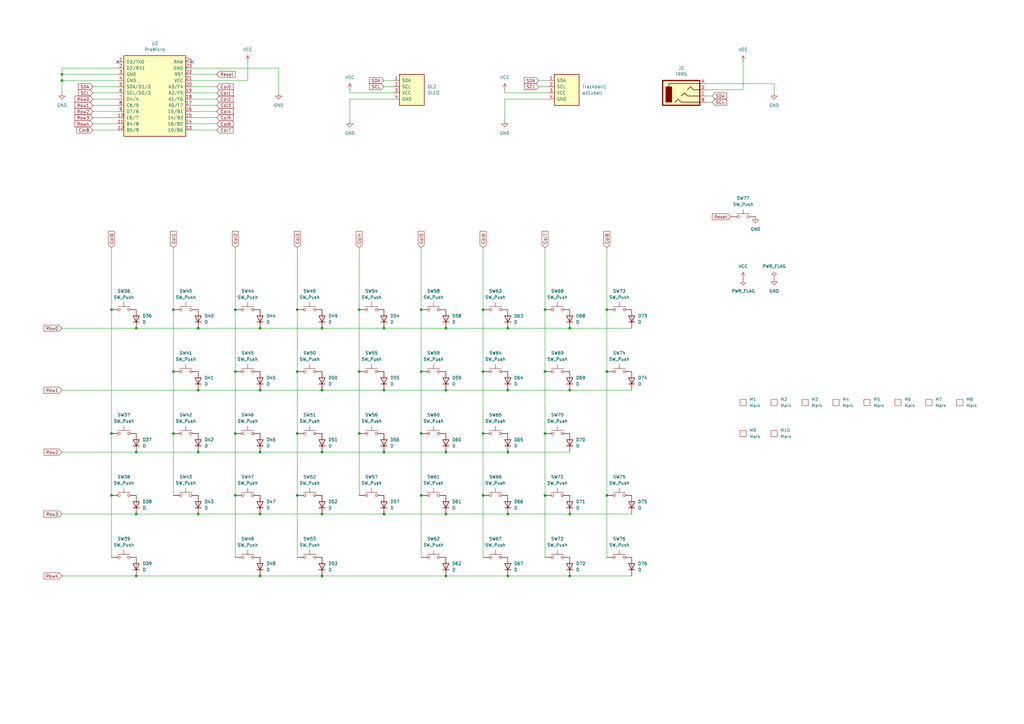
<source format=kicad_sch>
(kicad_sch (version 20231120) (generator "eeschema") (generator_version "8.0")
  (paper "A3")
  (lib_symbols
    (symbol "BrownSugar_KBD:Mark" (pin_numbers hide) (pin_names (offset 0) hide)
      (property "Reference" "M" (at 0 3.81 0))
      (property "Value" "Mark" (at 0 2.54 0))
    )
    (symbol "BrownSugar_KBD:OLED" (pin_names (offset 1.016))
      (property "Reference" "OL" (at 0 7.62 0))
      (property "Value" "OLED" (at 0 -7.62 0))
      (symbol "OLED_1_1"
        (pin bidirectional line (at -7.62 3.81 0) (length 2.54) (name "SDA") (number "1"))
        (pin bidirectional line (at -7.62 1.27 0) (length 2.54) (name "SCL") (number "2"))
        (pin power_in line (at -7.62 -1.27 0) (length 2.54) (name "VCC") (number "3"))
        (pin power_in line (at -7.62 -3.81 0) (length 2.54) (name "GND") (number "4"))
      )
    )
    (symbol "BrownSugar_KBD:ProMicro" (pin_names (offset 1.016))
      (property "Reference" "U" (at 0 17.78 0))
      (property "Value" "ProMicro" (at 0 -17.78 0))
      (symbol "ProMicro_1_1"
        (pin bidirectional line (at -15.24 13.97 0) (length 2.54) (name "D3/TX0") (number "1"))
        (pin bidirectional line (at -15.24 -8.89 0) (length 2.54) (name "E6/7") (number "10"))
        (pin bidirectional line (at -15.24 -11.43 0) (length 2.54) (name "B4/8") (number "11"))
        (pin bidirectional line (at -15.24 -13.97 0) (length 2.54) (name "B5/9") (number "12"))
        (pin bidirectional line (at 15.24 -13.97 180) (length 2.54) (name "10/B6") (number "13"))
        (pin bidirectional line (at 15.24 -11.43 180) (length 2.54) (name "16/B2") (number "14"))
        (pin bidirectional line (at 15.24 -8.89 180) (length 2.54) (name "14/B3") (number "15"))
        (pin bidirectional line (at 15.24 -6.35 180) (length 2.54) (name "15/B1") (number "16"))
        (pin bidirectional line (at 15.24 -3.81 180) (length 2.54) (name "A0/F7") (number "17"))
        (pin bidirectional line (at 15.24 -1.27 180) (length 2.54) (name "A1/F6") (number "18"))
        (pin bidirectional line (at 15.24 1.27 180) (length 2.54) (name "A2/F5") (number "19"))
        (pin bidirectional line (at -15.24 11.43 0) (length 2.54) (name "D2/RX1") (number "2"))
        (pin bidirectional line (at 15.24 3.81 180) (length 2.54) (name "A3/F4") (number "20"))
        (pin power_in line (at 15.24 6.35 180) (length 2.54) (name "VCC") (number "21"))
        (pin input line (at 15.24 8.89 180) (length 2.54) (name "RST") (number "22"))
        (pin power_in line (at 15.24 11.43 180) (length 2.54) (name "GND") (number "23"))
        (pin power_in line (at 15.24 13.97 180) (length 2.54) (name "RAW") (number "24"))
        (pin power_in line (at -15.24 8.89 0) (length 2.54) (name "GND") (number "3"))
        (pin power_in line (at -15.24 6.35 0) (length 2.54) (name "GND") (number "4"))
        (pin bidirectional line (at -15.24 3.81 0) (length 2.54) (name "SDA/D1/2") (number "5"))
        (pin bidirectional line (at -15.24 1.27 0) (length 2.54) (name "SCL/D0/3") (number "6"))
        (pin bidirectional line (at -15.24 -1.27 0) (length 2.54) (name "D4/4") (number "7"))
        (pin bidirectional line (at -15.24 -3.81 0) (length 2.54) (name "C6/5") (number "8"))
        (pin bidirectional line (at -15.24 -6.35 0) (length 2.54) (name "D7/6") (number "9"))
      )
    )
    (symbol "BrownSugar_KBD:TRRS" (pin_names (offset 1.016))
      (property "Reference" "J" (at 0 8.89 0))
      (property "Value" "TRRS" (at 0 6.35 0))
      (symbol "TRRS_1_1"
        (pin bidirectional line (at 10.16 3.81 180) (length 2.54) (name "~") (number "A"))
        (pin bidirectional line (at 10.16 -3.81 180) (length 2.54) (name "~") (number "B"))
        (pin bidirectional line (at 10.16 -1.27 180) (length 2.54) (name "~") (number "C"))
        (pin bidirectional line (at 10.16 1.27 180) (length 2.54) (name "~") (number "D"))
      )
    )
    (symbol "Device:D" (pin_numbers hide) (pin_names (offset 1.016) hide)
      (property "Reference" "D" (at 0 2.54 0))
      (property "Value" "D" (at 0 -2.54 0))
      (symbol "D_1_1"
        (pin passive line (at -3.81 0 0) (length 2.54) (name "K") (number "1"))
        (pin passive line (at 3.81 0 180) (length 2.54) (name "A") (number "2"))
      )
    )
    (symbol "Switch:SW_Push" (pin_numbers hide) (pin_names (offset 1.016) hide)
      (property "Reference" "SW" (at 1.27 2.54 0))
      (property "Value" "SW_Push" (at 0 -1.524 0))
      (symbol "SW_Push_0_1"
        (pin passive line (at -5.08 0 0) (length 2.54) (name "1") (number "1"))
        (pin passive line (at 5.08 0 180) (length 2.54) (name "2") (number "2"))
      )
    )
    (symbol "power:GND" (power) (pin_numbers hide) (pin_names (offset 0) hide)
      (property "Value" "GND" (at 0 -3.81 0))
      (symbol "GND_1_1"
        (pin power_in line (at 0 0 270) (length 0) (name "~") (number "1"))
      )
    )
    (symbol "power:PWR_FLAG" (power) (pin_numbers hide) (pin_names (offset 0) hide)
      (property "Value" "PWR_FLAG" (at 0 3.81 0))
      (symbol "PWR_FLAG_0_0"
        (pin power_out line (at 0 0 90) (length 0) (name "~") (number "1"))
      )
    )
    (symbol "power:VCC" (power) (pin_numbers hide) (pin_names (offset 0) hide)
      (property "Value" "VCC" (at 0 3.556 0))
      (symbol "VCC_1_1"
        (pin power_in line (at 0 0 90) (length 0) (name "~") (number "1"))
      )
    )
  )
  (junction (at 172.72 127))
  (junction (at 132.08 210.82))
  (junction (at 132.08 236.22))
  (junction (at 121.92 127))
  (junction (at 172.72 152.4))
  (junction (at 25.4 30.48))
  (junction (at 157.48 185.42))
  (junction (at 182.88 160.02))
  (junction (at 106.68 134.62))
  (junction (at 157.48 134.62))
  (junction (at 248.92 152.4))
  (junction (at 55.88 236.22))
  (junction (at 96.52 127))
  (junction (at 223.52 127))
  (junction (at 96.52 177.8))
  (junction (at 55.88 185.42))
  (junction (at 223.52 152.4))
  (junction (at 182.88 236.22))
  (junction (at 248.92 203.2))
  (junction (at 71.12 152.4))
  (junction (at 81.28 160.02))
  (junction (at 208.28 210.82))
  (junction (at 121.92 203.2))
  (junction (at 182.88 185.42))
  (junction (at 198.12 152.4))
  (junction (at 208.28 185.42))
  (junction (at 223.52 203.2))
  (junction (at 106.68 210.82))
  (junction (at 208.28 160.02))
  (junction (at 248.92 127))
  (junction (at 81.28 210.82))
  (junction (at 121.92 152.4))
  (junction (at 106.68 160.02))
  (junction (at 208.28 236.22))
  (junction (at 147.32 152.4))
  (junction (at 198.12 203.2))
  (junction (at 132.08 185.42))
  (junction (at 223.52 177.8))
  (junction (at 182.88 210.82))
  (junction (at 71.12 177.8))
  (junction (at 71.12 127))
  (junction (at 55.88 210.82))
  (junction (at 233.68 134.62))
  (junction (at 81.28 185.42))
  (junction (at 198.12 177.8))
  (junction (at 132.08 134.62))
  (junction (at 147.32 177.8))
  (junction (at 172.72 177.8))
  (junction (at 132.08 160.02))
  (junction (at 96.52 203.2))
  (junction (at 157.48 210.82))
  (junction (at 233.68 236.22))
  (junction (at 182.88 134.62))
  (junction (at 172.72 203.2))
  (junction (at 96.52 152.4))
  (junction (at 106.68 185.42))
  (junction (at 233.68 210.82))
  (junction (at 25.4 33.02))
  (junction (at 45.72 127))
  (junction (at 147.32 127))
  (junction (at 45.72 177.8))
  (junction (at 81.28 134.62))
  (junction (at 208.28 134.62))
  (junction (at 45.72 203.2))
  (junction (at 106.68 236.22))
  (junction (at 198.12 127))
  (junction (at 55.88 134.62))
  (junction (at 157.48 160.02))
  (junction (at 121.92 177.8))
  (junction (at 233.68 160.02))
  (no_connect (at 48.26 25.4))
  (no_connect (at 78.74 25.4))
  (wire (pts (xy 45.72 101.6) (xy 45.72 127)))
  (wire (pts (xy 208.28 185.42) (xy 233.68 185.42)))
  (wire (pts (xy 25.4 210.82) (xy 55.88 210.82)))
  (wire (pts (xy 248.92 203.2) (xy 248.92 228.6)))
  (wire (pts (xy 38.1 38.1) (xy 48.26 38.1)))
  (wire (pts (xy 78.74 30.48) (xy 88.9 30.48)))
  (wire (pts (xy 208.28 134.62) (xy 233.68 134.62)))
  (wire (pts (xy 198.12 203.2) (xy 198.12 228.6)))
  (wire (pts (xy 38.1 53.34) (xy 48.26 53.34)))
  (wire (pts (xy 25.4 160.02) (xy 81.28 160.02)))
  (wire (pts (xy 38.1 35.56) (xy 48.26 35.56)))
  (wire (pts (xy 101.6 33.02) (xy 101.6 25.4)))
  (wire (pts (xy 147.32 101.6) (xy 147.32 127)))
  (wire (pts (xy 78.74 38.1) (xy 88.9 38.1)))
  (wire (pts (xy 223.52 177.8) (xy 223.52 203.2)))
  (wire (pts (xy 289.56 36.83) (xy 304.8 36.83)))
  (wire (pts (xy 38.1 43.18) (xy 48.26 43.18)))
  (wire (pts (xy 182.88 134.62) (xy 208.28 134.62)))
  (wire (pts (xy 233.68 134.62) (xy 259.08 134.62)))
  (wire (pts (xy 96.52 203.2) (xy 96.52 228.6)))
  (wire (pts (xy 223.52 127) (xy 223.52 152.4)))
  (wire (pts (xy 207.01 40.64) (xy 224.79 40.64)))
  (wire (pts (xy 48.26 30.48) (xy 25.4 30.48)))
  (wire (pts (xy 121.92 127) (xy 121.92 152.4)))
  (wire (pts (xy 121.92 152.4) (xy 121.92 177.8)))
  (wire (pts (xy 207.01 38.1) (xy 224.79 38.1)))
  (wire (pts (xy 96.52 177.8) (xy 96.52 203.2)))
  (wire (pts (xy 71.12 101.6) (xy 71.12 127)))
  (wire (pts (xy 198.12 152.4) (xy 198.12 177.8)))
  (wire (pts (xy 38.1 48.26) (xy 48.26 48.26)))
  (wire (pts (xy 78.74 50.8) (xy 88.9 50.8)))
  (wire (pts (xy 172.72 127) (xy 172.72 152.4)))
  (wire (pts (xy 25.4 185.42) (xy 55.88 185.42)))
  (wire (pts (xy 38.1 40.64) (xy 48.26 40.64)))
  (wire (pts (xy 78.74 48.26) (xy 88.9 48.26)))
  (wire (pts (xy 25.4 27.94) (xy 48.26 27.94)))
  (wire (pts (xy 289.56 34.29) (xy 317.5 34.29)))
  (wire (pts (xy 157.48 134.62) (xy 182.88 134.62)))
  (wire (pts (xy 114.3 27.94) (xy 114.3 38.1)))
  (wire (pts (xy 55.88 210.82) (xy 81.28 210.82)))
  (wire (pts (xy 38.1 45.72) (xy 48.26 45.72)))
  (wire (pts (xy 248.92 101.6) (xy 248.92 127)))
  (wire (pts (xy 96.52 152.4) (xy 96.52 177.8)))
  (wire (pts (xy 106.68 236.22) (xy 132.08 236.22)))
  (wire (pts (xy 45.72 127) (xy 45.72 177.8)))
  (wire (pts (xy 81.28 134.62) (xy 106.68 134.62)))
  (wire (pts (xy 157.48 160.02) (xy 182.88 160.02)))
  (wire (pts (xy 71.12 152.4) (xy 71.12 177.8)))
  (wire (pts (xy 172.72 203.2) (xy 172.72 228.6)))
  (wire (pts (xy 198.12 101.6) (xy 198.12 127)))
  (wire (pts (xy 207.01 36.83) (xy 207.01 38.1)))
  (wire (pts (xy 55.88 185.42) (xy 81.28 185.42)))
  (wire (pts (xy 106.68 160.02) (xy 132.08 160.02)))
  (wire (pts (xy 208.28 160.02) (xy 233.68 160.02)))
  (wire (pts (xy 248.92 127) (xy 248.92 152.4)))
  (wire (pts (xy 48.26 33.02) (xy 25.4 33.02)))
  (wire (pts (xy 25.4 134.62) (xy 55.88 134.62)))
  (wire (pts (xy 78.74 35.56) (xy 88.9 35.56)))
  (wire (pts (xy 71.12 177.8) (xy 71.12 203.2)))
  (wire (pts (xy 143.51 38.1) (xy 161.29 38.1)))
  (wire (pts (xy 147.32 127) (xy 147.32 152.4)))
  (wire (pts (xy 223.52 152.4) (xy 223.52 177.8)))
  (wire (pts (xy 78.74 53.34) (xy 88.9 53.34)))
  (wire (pts (xy 182.88 160.02) (xy 208.28 160.02)))
  (wire (pts (xy 157.48 33.02) (xy 161.29 33.02)))
  (wire (pts (xy 157.48 185.42) (xy 182.88 185.42)))
  (wire (pts (xy 248.92 152.4) (xy 248.92 203.2)))
  (wire (pts (xy 304.8 36.83) (xy 304.8 25.4)))
  (wire (pts (xy 78.74 40.64) (xy 88.9 40.64)))
  (wire (pts (xy 143.51 40.64) (xy 161.29 40.64)))
  (wire (pts (xy 132.08 160.02) (xy 157.48 160.02)))
  (wire (pts (xy 38.1 50.8) (xy 48.26 50.8)))
  (wire (pts (xy 208.28 236.22) (xy 233.68 236.22)))
  (wire (pts (xy 182.88 185.42) (xy 208.28 185.42)))
  (wire (pts (xy 207.01 40.64) (xy 207.01 49.53)))
  (wire (pts (xy 317.5 34.29) (xy 317.5 38.1)))
  (wire (pts (xy 157.48 35.56) (xy 161.29 35.56)))
  (wire (pts (xy 220.98 33.02) (xy 224.79 33.02)))
  (wire (pts (xy 233.68 160.02) (xy 259.08 160.02)))
  (wire (pts (xy 121.92 203.2) (xy 121.92 228.6)))
  (wire (pts (xy 182.88 236.22) (xy 208.28 236.22)))
  (wire (pts (xy 121.92 177.8) (xy 121.92 203.2)))
  (wire (pts (xy 233.68 236.22) (xy 259.08 236.22)))
  (wire (pts (xy 172.72 152.4) (xy 172.72 177.8)))
  (wire (pts (xy 143.51 40.64) (xy 143.51 49.53)))
  (wire (pts (xy 81.28 185.42) (xy 106.68 185.42)))
  (wire (pts (xy 45.72 177.8) (xy 45.72 203.2)))
  (wire (pts (xy 132.08 185.42) (xy 157.48 185.42)))
  (wire (pts (xy 55.88 134.62) (xy 81.28 134.62)))
  (wire (pts (xy 25.4 33.02) (xy 25.4 38.1)))
  (wire (pts (xy 172.72 177.8) (xy 172.72 203.2)))
  (wire (pts (xy 223.52 203.2) (xy 223.52 228.6)))
  (wire (pts (xy 121.92 101.6) (xy 121.92 127)))
  (wire (pts (xy 208.28 210.82) (xy 233.68 210.82)))
  (wire (pts (xy 78.74 43.18) (xy 88.9 43.18)))
  (wire (pts (xy 106.68 134.62) (xy 132.08 134.62)))
  (wire (pts (xy 96.52 101.6) (xy 96.52 127)))
  (wire (pts (xy 132.08 134.62) (xy 157.48 134.62)))
  (wire (pts (xy 114.3 27.94) (xy 78.74 27.94)))
  (wire (pts (xy 106.68 210.82) (xy 132.08 210.82)))
  (wire (pts (xy 96.52 127) (xy 96.52 152.4)))
  (wire (pts (xy 25.4 30.48) (xy 25.4 33.02)))
  (wire (pts (xy 220.98 35.56) (xy 224.79 35.56)))
  (wire (pts (xy 182.88 210.82) (xy 208.28 210.82)))
  (wire (pts (xy 78.74 33.02) (xy 101.6 33.02)))
  (wire (pts (xy 106.68 185.42) (xy 132.08 185.42)))
  (wire (pts (xy 289.56 39.37) (xy 292.1 39.37)))
  (wire (pts (xy 157.48 210.82) (xy 182.88 210.82)))
  (wire (pts (xy 45.72 203.2) (xy 45.72 228.6)))
  (wire (pts (xy 81.28 160.02) (xy 106.68 160.02)))
  (wire (pts (xy 25.4 27.94) (xy 25.4 30.48)))
  (wire (pts (xy 198.12 177.8) (xy 198.12 203.2)))
  (wire (pts (xy 71.12 127) (xy 71.12 152.4)))
  (wire (pts (xy 132.08 236.22) (xy 182.88 236.22)))
  (wire (pts (xy 25.4 236.22) (xy 55.88 236.22)))
  (wire (pts (xy 81.28 210.82) (xy 106.68 210.82)))
  (wire (pts (xy 233.68 210.82) (xy 259.08 210.82)))
  (wire (pts (xy 289.56 41.91) (xy 292.1 41.91)))
  (wire (pts (xy 198.12 127) (xy 198.12 152.4)))
  (wire (pts (xy 172.72 101.6) (xy 172.72 127)))
  (wire (pts (xy 78.74 45.72) (xy 88.9 45.72)))
  (wire (pts (xy 147.32 177.8) (xy 147.32 203.2)))
  (wire (pts (xy 132.08 210.82) (xy 157.48 210.82)))
  (wire (pts (xy 55.88 236.22) (xy 106.68 236.22)))
  (wire (pts (xy 223.52 101.6) (xy 223.52 127)))
  (wire (pts (xy 147.32 152.4) (xy 147.32 177.8)))
  (wire (pts (xy 143.51 36.83) (xy 143.51 38.1)))
  (global_label "Col7" (shape input) (at 88.9 53.34 0) (property "Intersheetrefs" "${INTERSHEET_REFS}" (effects (hide yes))))
  (global_label "Col6" (shape input) (at 88.9 50.8 0) (property "Intersheetrefs" "${INTERSHEET_REFS}" (effects (hide yes))))
  (global_label "Row0" (shape input) (at 25.4 134.62 180) (property "Intersheetrefs" "${INTERSHEET_REFS}" (effects (hide yes))))
  (global_label "Row2" (shape input) (at 25.4 185.42 180) (property "Intersheetrefs" "${INTERSHEET_REFS}" (effects (hide yes))))
  (global_label "Row0" (shape input) (at 38.1 40.64 180) (property "Intersheetrefs" "${INTERSHEET_REFS}" (effects (hide yes))))
  (global_label "Col3" (shape input) (at 121.92 101.6 90) (property "Intersheetrefs" "${INTERSHEET_REFS}" (effects (hide yes))))
  (global_label "Col8" (shape input) (at 248.92 101.6 90) (property "Intersheetrefs" "${INTERSHEET_REFS}" (effects (hide yes))))
  (global_label "Col7" (shape input) (at 223.52 101.6 90) (property "Intersheetrefs" "${INTERSHEET_REFS}" (effects (hide yes))))
  (global_label "Col5" (shape input) (at 88.9 48.26 0) (property "Intersheetrefs" "${INTERSHEET_REFS}" (effects (hide yes))))
  (global_label "SDA" (shape input) (at 157.48 33.02 180) (property "Intersheetrefs" "${INTERSHEET_REFS}" (effects (hide yes))))
  (global_label "Row3" (shape input) (at 38.1 48.26 180) (property "Intersheetrefs" "${INTERSHEET_REFS}" (effects (hide yes))))
  (global_label "SCL" (shape input) (at 220.98 35.56 180) (property "Intersheetrefs" "${INTERSHEET_REFS}" (effects (hide yes))))
  (global_label "Col4" (shape input) (at 147.32 101.6 90) (property "Intersheetrefs" "${INTERSHEET_REFS}" (effects (hide yes))))
  (global_label "SCL" (shape input) (at 157.48 35.56 180) (property "Intersheetrefs" "${INTERSHEET_REFS}" (effects (hide yes))))
  (global_label "Col0" (shape input) (at 88.9 35.56 0) (property "Intersheetrefs" "${INTERSHEET_REFS}" (effects (hide yes))))
  (global_label "SCL" (shape input) (at 292.1 41.91 0) (property "Intersheetrefs" "${INTERSHEET_REFS}" (effects (hide yes))))
  (global_label "Col1" (shape input) (at 88.9 38.1 0) (property "Intersheetrefs" "${INTERSHEET_REFS}" (effects (hide yes))))
  (global_label "Col3" (shape input) (at 88.9 43.18 0) (property "Intersheetrefs" "${INTERSHEET_REFS}" (effects (hide yes))))
  (global_label "Row4" (shape input) (at 38.1 50.8 180) (property "Intersheetrefs" "${INTERSHEET_REFS}" (effects (hide yes))))
  (global_label "Col5" (shape input) (at 172.72 101.6 90) (property "Intersheetrefs" "${INTERSHEET_REFS}" (effects (hide yes))))
  (global_label "Row4" (shape input) (at 25.4 236.22 180) (property "Intersheetrefs" "${INTERSHEET_REFS}" (effects (hide yes))))
  (global_label "Col0" (shape input) (at 45.72 101.6 90) (property "Intersheetrefs" "${INTERSHEET_REFS}" (effects (hide yes))))
  (global_label "SDA" (shape input) (at 220.98 33.02 180) (property "Intersheetrefs" "${INTERSHEET_REFS}" (effects (hide yes))))
  (global_label "Row1" (shape input) (at 25.4 160.02 180) (property "Intersheetrefs" "${INTERSHEET_REFS}" (effects (hide yes))))
  (global_label "Col1" (shape input) (at 71.12 101.6 90) (property "Intersheetrefs" "${INTERSHEET_REFS}" (effects (hide yes))))
  (global_label "Row3" (shape input) (at 25.4 210.82 180) (property "Intersheetrefs" "${INTERSHEET_REFS}" (effects (hide yes))))
  (global_label "Col2" (shape input) (at 96.52 101.6 90) (property "Intersheetrefs" "${INTERSHEET_REFS}" (effects (hide yes))))
  (global_label "Reset" (shape input) (at 299.72 88.9 180) (property "Intersheetrefs" "${INTERSHEET_REFS}" (effects (hide yes))))
  (global_label "Row2" (shape input) (at 38.1 45.72 180) (property "Intersheetrefs" "${INTERSHEET_REFS}" (effects (hide yes))))
  (global_label "SCL" (shape input) (at 38.1 38.1 180) (property "Intersheetrefs" "${INTERSHEET_REFS}" (effects (hide yes))))
  (global_label "Col8" (shape input) (at 38.1 53.34 180) (property "Intersheetrefs" "${INTERSHEET_REFS}" (effects (hide yes))))
  (global_label "SDA" (shape input) (at 292.1 39.37 0) (property "Intersheetrefs" "${INTERSHEET_REFS}" (effects (hide yes))))
  (global_label "Row1" (shape input) (at 38.1 43.18 180) (property "Intersheetrefs" "${INTERSHEET_REFS}" (effects (hide yes))))
  (global_label "Col4" (shape input) (at 88.9 45.72 0) (property "Intersheetrefs" "${INTERSHEET_REFS}" (effects (hide yes))))
  (global_label "SDA" (shape input) (at 38.1 35.56 180) (property "Intersheetrefs" "${INTERSHEET_REFS}" (effects (hide yes))))
  (global_label "Col6" (shape input) (at 198.12 101.6 90) (property "Intersheetrefs" "${INTERSHEET_REFS}" (effects (hide yes))))
  (global_label "Reset" (shape input) (at 88.9 30.48 0) (property "Intersheetrefs" "${INTERSHEET_REFS}" (effects (hide yes))))
  (global_label "Col2" (shape input) (at 88.9 40.64 0) (property "Intersheetrefs" "${INTERSHEET_REFS}" (effects (hide yes))))
  (symbol (lib_id "Device:D") (at 106.68 156.21 90) (unit 1)
    (property "Reference" "D45" (at 109.22 154.9399 90) (effects (justify right)))
    (property "Value" "D" (at 109.22 157.4799 90) (effects (justify right)))
    (property "Footprint" "kbd_Parts:Diode_TH_SMD" (effects (hide yes)))
    (property "Description" "Diode" (effects (hide yes)))
    (property "Sim.Device" "D" (effects (hide yes)))
    (property "Sim.Pins" "1=K 2=A" (effects (hide yes)))
  )
  (symbol (lib_id "BrownSugar_KBD:Mark") (at 355.6 165.1 0) (unit 1)
    (property "Reference" "M5" (at 358.14 163.8299 0) (effects (justify left)))
    (property "Value" "Mark" (at 358.14 166.3699 0) (effects (justify left)))
    (property "Footprint" "kbd_Hole:m2_Spacer_Hole_hex" (effects (hide yes)))
  )
  (symbol (lib_id "Switch:SW_Push") (at 254 203.2 0) (mirror y) (unit 1)
    (property "Reference" "SW75" (at 254 195.58 0))
    (property "Value" "SW_Push" (at 254 198.12 0))
    (property "Footprint" "kbd_SW:Choc_Hotswap_1u" (effects (hide yes)))
    (property "Description" "Push button switch, generic, two pins" (effects (hide yes)))
  )
  (symbol (lib_id "Device:D") (at 182.88 156.21 90) (unit 1)
    (property "Reference" "D59" (at 185.42 154.9399 90) (effects (justify right)))
    (property "Value" "D" (at 185.42 157.4799 90) (effects (justify right)))
    (property "Footprint" "kbd_Parts:Diode_TH_SMD" (effects (hide yes)))
    (property "Description" "Diode" (effects (hide yes)))
    (property "Sim.Device" "D" (effects (hide yes)))
    (property "Sim.Pins" "1=K 2=A" (effects (hide yes)))
  )
  (symbol (lib_id "Device:D") (at 106.68 232.41 90) (unit 1)
    (property "Reference" "D48" (at 109.22 231.1399 90) (effects (justify right)))
    (property "Value" "D" (at 109.22 233.6799 90) (effects (justify right)))
    (property "Footprint" "kbd_Parts:Diode_TH_SMD" (effects (hide yes)))
    (property "Description" "Diode" (effects (hide yes)))
    (property "Sim.Device" "D" (effects (hide yes)))
    (property "Sim.Pins" "1=K 2=A" (effects (hide yes)))
  )
  (symbol (lib_id "Switch:SW_Push") (at 127 203.2 0) (mirror y) (unit 1)
    (property "Reference" "SW52" (at 127 195.58 0))
    (property "Value" "SW_Push" (at 127 198.12 0))
    (property "Footprint" "kbd_SW:Choc_Hotswap_1u" (effects (hide yes)))
    (property "Description" "Push button switch, generic, two pins" (effects (hide yes)))
  )
  (symbol (lib_id "Device:D") (at 233.68 130.81 90) (unit 1)
    (property "Reference" "D68" (at 236.22 129.5399 90) (effects (justify right)))
    (property "Value" "D" (at 236.22 132.0799 90) (effects (justify right)))
    (property "Footprint" "kbd_Parts:Diode_TH_SMD" (effects (hide yes)))
    (property "Description" "Diode" (effects (hide yes)))
    (property "Sim.Device" "D" (effects (hide yes)))
    (property "Sim.Pins" "1=K 2=A" (effects (hide yes)))
  )
  (symbol (lib_id "Switch:SW_Push") (at 50.8 228.6 0) (mirror y) (unit 1)
    (property "Reference" "SW39" (at 50.8 220.98 0))
    (property "Value" "SW_Push" (at 50.8 223.52 0))
    (property "Footprint" "kbd_SW:Choc_Hotswap_1u" (effects (hide yes)))
    (property "Description" "Push button switch, generic, two pins" (effects (hide yes)))
  )
  (symbol (lib_id "Device:D") (at 259.08 130.81 90) (unit 1)
    (property "Reference" "D73" (at 261.62 129.5399 90) (effects (justify right)))
    (property "Value" "D" (at 261.62 132.0799 90) (effects (justify right)))
    (property "Footprint" "kbd_Parts:Diode_TH_SMD" (effects (hide yes)))
    (property "Description" "Diode" (effects (hide yes)))
    (property "Sim.Device" "D" (effects (hide yes)))
    (property "Sim.Pins" "1=K 2=A" (effects (hide yes)))
  )
  (symbol (lib_id "Switch:SW_Push") (at 101.6 177.8 0) (mirror y) (unit 1)
    (property "Reference" "SW46" (at 101.6 170.18 0))
    (property "Value" "SW_Push" (at 101.6 172.72 0))
    (property "Footprint" "kbd_SW:Choc_Hotswap_1u" (effects (hide yes)))
    (property "Description" "Push button switch, generic, two pins" (effects (hide yes)))
  )
  (symbol (lib_id "power:PWR_FLAG") (at 317.5 114.3 0) (unit 1)
    (property "Reference" "#FLG03" (effects (hide yes)))
    (property "Value" "PWR_FLAG" (at 317.5 109.22 0))
    (property "Description" "Special symbol for telling ERC where power comes from" (effects (hide yes)))
  )
  (symbol (lib_id "Device:D") (at 132.08 232.41 90) (unit 1)
    (property "Reference" "D53" (at 134.62 231.1399 90) (effects (justify right)))
    (property "Value" "D" (at 134.62 233.6799 90) (effects (justify right)))
    (property "Footprint" "kbd_Parts:Diode_TH_SMD" (effects (hide yes)))
    (property "Description" "Diode" (effects (hide yes)))
    (property "Sim.Device" "D" (effects (hide yes)))
    (property "Sim.Pins" "1=K 2=A" (effects (hide yes)))
  )
  (symbol (lib_id "Device:D") (at 208.28 207.01 90) (unit 1)
    (property "Reference" "D66" (at 210.82 205.7399 90) (effects (justify right)))
    (property "Value" "D" (at 210.82 208.2799 90) (effects (justify right)))
    (property "Footprint" "kbd_Parts:Diode_TH_SMD" (effects (hide yes)))
    (property "Description" "Diode" (effects (hide yes)))
    (property "Sim.Device" "D" (effects (hide yes)))
    (property "Sim.Pins" "1=K 2=A" (effects (hide yes)))
  )
  (symbol (lib_id "Switch:SW_Push") (at 101.6 152.4 0) (mirror y) (unit 1)
    (property "Reference" "SW45" (at 101.6 144.78 0))
    (property "Value" "SW_Push" (at 101.6 147.32 0))
    (property "Footprint" "kbd_SW:Choc_Hotswap_1u" (effects (hide yes)))
    (property "Description" "Push button switch, generic, two pins" (effects (hide yes)))
  )
  (symbol (lib_id "Device:D") (at 132.08 207.01 90) (unit 1)
    (property "Reference" "D52" (at 134.62 205.7399 90) (effects (justify right)))
    (property "Value" "D" (at 134.62 208.2799 90) (effects (justify right)))
    (property "Footprint" "kbd_Parts:Diode_TH_SMD" (effects (hide yes)))
    (property "Description" "Diode" (effects (hide yes)))
    (property "Sim.Device" "D" (effects (hide yes)))
    (property "Sim.Pins" "1=K 2=A" (effects (hide yes)))
  )
  (symbol (lib_id "Switch:SW_Push") (at 228.6 177.8 0) (mirror y) (unit 1)
    (property "Reference" "SW70" (at 228.6 170.18 0))
    (property "Value" "SW_Push" (at 228.6 172.72 0))
    (property "Footprint" "kbd_SW:Choc_Hotswap_2u_Stab" (effects (hide yes)))
    (property "Description" "Push button switch, generic, two pins" (effects (hide yes)))
  )
  (symbol (lib_id "Device:D") (at 233.68 156.21 90) (unit 1)
    (property "Reference" "D69" (at 236.22 154.9399 90) (effects (justify right)))
    (property "Value" "D" (at 236.22 157.4799 90) (effects (justify right)))
    (property "Footprint" "kbd_Parts:Diode_TH_SMD" (effects (hide yes)))
    (property "Description" "Diode" (effects (hide yes)))
    (property "Sim.Device" "D" (effects (hide yes)))
    (property "Sim.Pins" "1=K 2=A" (effects (hide yes)))
  )
  (symbol (lib_id "Device:D") (at 233.68 232.41 90) (unit 1)
    (property "Reference" "D72" (at 236.22 231.1399 90) (effects (justify right)))
    (property "Value" "D" (at 236.22 233.6799 90) (effects (justify right)))
    (property "Footprint" "kbd_Parts:Diode_TH_SMD" (effects (hide yes)))
    (property "Description" "Diode" (effects (hide yes)))
    (property "Sim.Device" "D" (effects (hide yes)))
    (property "Sim.Pins" "1=K 2=A" (effects (hide yes)))
  )
  (symbol (lib_id "power:GND") (at 309.88 88.9 0) (unit 1)
    (property "Reference" "#PWR02" (effects (hide yes)))
    (property "Value" "GND" (at 309.88 93.98 0))
    (property "Description" "Power symbol creates a global label with name \"GND\" , ground" (effects (hide yes)))
  )
  (symbol (lib_id "Device:D") (at 157.48 156.21 90) (unit 1)
    (property "Reference" "D55" (at 160.02 154.9399 90) (effects (justify right)))
    (property "Value" "D" (at 160.02 157.4799 90) (effects (justify right)))
    (property "Footprint" "kbd_Parts:Diode_TH_SMD" (effects (hide yes)))
    (property "Description" "Diode" (effects (hide yes)))
    (property "Sim.Device" "D" (effects (hide yes)))
    (property "Sim.Pins" "1=K 2=A" (effects (hide yes)))
  )
  (symbol (lib_id "Switch:SW_Push") (at 203.2 152.4 0) (mirror y) (unit 1)
    (property "Reference" "SW64" (at 203.2 144.78 0))
    (property "Value" "SW_Push" (at 203.2 147.32 0))
    (property "Footprint" "kbd_SW:Choc_Hotswap_1u" (effects (hide yes)))
    (property "Description" "Push button switch, generic, two pins" (effects (hide yes)))
  )
  (symbol (lib_id "Switch:SW_Push") (at 203.2 177.8 0) (mirror y) (unit 1)
    (property "Reference" "SW65" (at 203.2 170.18 0))
    (property "Value" "SW_Push" (at 203.2 172.72 0))
    (property "Footprint" "kbd_SW:Choc_Hotswap_1u" (effects (hide yes)))
    (property "Description" "Push button switch, generic, two pins" (effects (hide yes)))
  )
  (symbol (lib_id "Switch:SW_Push") (at 177.8 177.8 0) (mirror y) (unit 1)
    (property "Reference" "SW60" (at 177.8 170.18 0))
    (property "Value" "SW_Push" (at 177.8 172.72 0))
    (property "Footprint" "kbd_SW:Choc_Hotswap_1u" (effects (hide yes)))
    (property "Description" "Push button switch, generic, two pins" (effects (hide yes)))
  )
  (symbol (lib_id "Device:D") (at 106.68 207.01 90) (unit 1)
    (property "Reference" "D47" (at 109.22 205.7399 90) (effects (justify right)))
    (property "Value" "D" (at 109.22 208.2799 90) (effects (justify right)))
    (property "Footprint" "kbd_Parts:Diode_TH_SMD" (effects (hide yes)))
    (property "Description" "Diode" (effects (hide yes)))
    (property "Sim.Device" "D" (effects (hide yes)))
    (property "Sim.Pins" "1=K 2=A" (effects (hide yes)))
  )
  (symbol (lib_id "Device:D") (at 132.08 130.81 90) (unit 1)
    (property "Reference" "D49" (at 134.62 129.5399 90) (effects (justify right)))
    (property "Value" "D" (at 134.62 132.0799 90) (effects (justify right)))
    (property "Footprint" "kbd_Parts:Diode_TH_SMD" (effects (hide yes)))
    (property "Description" "Diode" (effects (hide yes)))
    (property "Sim.Device" "D" (effects (hide yes)))
    (property "Sim.Pins" "1=K 2=A" (effects (hide yes)))
  )
  (symbol (lib_id "Device:D") (at 182.88 130.81 90) (unit 1)
    (property "Reference" "D58" (at 185.42 129.5399 90) (effects (justify right)))
    (property "Value" "D" (at 185.42 132.0799 90) (effects (justify right)))
    (property "Footprint" "kbd_Parts:Diode_TH_SMD" (effects (hide yes)))
    (property "Description" "Diode" (effects (hide yes)))
    (property "Sim.Device" "D" (effects (hide yes)))
    (property "Sim.Pins" "1=K 2=A" (effects (hide yes)))
  )
  (symbol (lib_id "Switch:SW_Push") (at 304.8 88.9 0) (unit 1)
    (property "Reference" "SW77" (at 304.8 81.28 0))
    (property "Value" "SW_Push" (at 304.8 83.82 0))
    (property "Footprint" "kbd_Parts:ResetSW" (effects (hide yes)))
    (property "Description" "Push button switch, generic, two pins" (effects (hide yes)))
  )
  (symbol (lib_id "Switch:SW_Push") (at 76.2 152.4 0) (mirror y) (unit 1)
    (property "Reference" "SW41" (at 76.2 144.78 0))
    (property "Value" "SW_Push" (at 76.2 147.32 0))
    (property "Footprint" "kbd_SW:Choc_Hotswap_1u" (effects (hide yes)))
    (property "Description" "Push button switch, generic, two pins" (effects (hide yes)))
  )
  (symbol (lib_id "Device:D") (at 132.08 156.21 90) (unit 1)
    (property "Reference" "D50" (at 134.62 154.9399 90) (effects (justify right)))
    (property "Value" "D" (at 134.62 157.4799 90) (effects (justify right)))
    (property "Footprint" "kbd_Parts:Diode_TH_SMD" (effects (hide yes)))
    (property "Description" "Diode" (effects (hide yes)))
    (property "Sim.Device" "D" (effects (hide yes)))
    (property "Sim.Pins" "1=K 2=A" (effects (hide yes)))
  )
  (symbol (lib_id "BrownSugar_KBD:Mark") (at 393.7 165.1 0) (unit 1)
    (property "Reference" "M8" (at 396.24 163.8299 0) (effects (justify left)))
    (property "Value" "Mark" (at 396.24 166.3699 0) (effects (justify left)))
    (property "Footprint" "kbd_Hole:m2_Spacer_Hole_hex" (effects (hide yes)))
  )
  (symbol (lib_id "Device:D") (at 259.08 207.01 90) (unit 1)
    (property "Reference" "D75" (at 261.62 205.7399 90) (effects (justify right)))
    (property "Value" "D" (at 261.62 208.2799 90) (effects (justify right)))
    (property "Footprint" "kbd_Parts:Diode_TH_SMD" (effects (hide yes)))
    (property "Description" "Diode" (effects (hide yes)))
    (property "Sim.Device" "D" (effects (hide yes)))
    (property "Sim.Pins" "1=K 2=A" (effects (hide yes)))
  )
  (symbol (lib_id "Switch:SW_Push") (at 50.8 203.2 0) (mirror y) (unit 1)
    (property "Reference" "SW38" (at 50.8 195.58 0))
    (property "Value" "SW_Push" (at 50.8 198.12 0))
    (property "Footprint" "kbd_SW:Choc_Hotswap_1u" (effects (hide yes)))
    (property "Description" "Push button switch, generic, two pins" (effects (hide yes)))
  )
  (symbol (lib_id "Switch:SW_Push") (at 177.8 228.6 0) (mirror y) (unit 1)
    (property "Reference" "SW62" (at 177.8 220.98 0))
    (property "Value" "SW_Push" (at 177.8 223.52 0))
    (property "Footprint" "kbd_SW:Choc_Hotswap_1u" (effects (hide yes)))
    (property "Description" "Push button switch, generic, two pins" (effects (hide yes)))
  )
  (symbol (lib_id "BrownSugar_KBD:Mark") (at 317.5 177.8 0) (unit 1)
    (property "Reference" "M10" (at 320.04 176.5299 0) (effects (justify left)))
    (property "Value" "Mark" (at 320.04 179.0699 0) (effects (justify left)))
    (property "Footprint" "kbd_Hole:m2_Screw_Hole" (effects (hide yes)))
  )
  (symbol (lib_id "Switch:SW_Push") (at 177.8 203.2 0) (mirror y) (unit 1)
    (property "Reference" "SW61" (at 177.8 195.58 0))
    (property "Value" "SW_Push" (at 177.8 198.12 0))
    (property "Footprint" "kbd_SW:Choc_Hotswap_1u" (effects (hide yes)))
    (property "Description" "Push button switch, generic, two pins" (effects (hide yes)))
  )
  (symbol (lib_id "Device:D") (at 182.88 232.41 90) (unit 1)
    (property "Reference" "D62" (at 185.42 231.1399 90) (effects (justify right)))
    (property "Value" "D" (at 185.42 233.6799 90) (effects (justify right)))
    (property "Footprint" "kbd_Parts:Diode_TH_SMD" (effects (hide yes)))
    (property "Description" "Diode" (effects (hide yes)))
    (property "Sim.Device" "D" (effects (hide yes)))
    (property "Sim.Pins" "1=K 2=A" (effects (hide yes)))
  )
  (symbol (lib_id "Switch:SW_Push") (at 228.6 152.4 0) (mirror y) (unit 1)
    (property "Reference" "SW69" (at 228.6 144.78 0))
    (property "Value" "SW_Push" (at 228.6 147.32 0))
    (property "Footprint" "kbd_SW:Choc_Hotswap_1u" (effects (hide yes)))
    (property "Description" "Push button switch, generic, two pins" (effects (hide yes)))
  )
  (symbol (lib_id "Switch:SW_Push") (at 127 152.4 0) (mirror y) (unit 1)
    (property "Reference" "SW50" (at 127 144.78 0))
    (property "Value" "SW_Push" (at 127 147.32 0))
    (property "Footprint" "kbd_SW:Choc_Hotswap_1u" (effects (hide yes)))
    (property "Description" "Push button switch, generic, two pins" (effects (hide yes)))
  )
  (symbol (lib_id "Device:D") (at 106.68 181.61 90) (unit 1)
    (property "Reference" "D46" (at 109.22 180.3399 90) (effects (justify right)))
    (property "Value" "D" (at 109.22 182.8799 90) (effects (justify right)))
    (property "Footprint" "kbd_Parts:Diode_TH_SMD" (effects (hide yes)))
    (property "Description" "Diode" (effects (hide yes)))
    (property "Sim.Device" "D" (effects (hide yes)))
    (property "Sim.Pins" "1=K 2=A" (effects (hide yes)))
  )
  (symbol (lib_id "Device:D") (at 55.88 207.01 90) (unit 1)
    (property "Reference" "D38" (at 58.42 205.7399 90) (effects (justify right)))
    (property "Value" "D" (at 58.42 208.2799 90) (effects (justify right)))
    (property "Footprint" "kbd_Parts:Diode_TH_SMD" (effects (hide yes)))
    (property "Description" "Diode" (effects (hide yes)))
    (property "Sim.Device" "D" (effects (hide yes)))
    (property "Sim.Pins" "1=K 2=A" (effects (hide yes)))
  )
  (symbol (lib_id "Device:D") (at 208.28 181.61 90) (unit 1)
    (property "Reference" "D65" (at 210.82 180.3399 90) (effects (justify right)))
    (property "Value" "D" (at 210.82 182.8799 90) (effects (justify right)))
    (property "Footprint" "kbd_Parts:Diode_TH_SMD" (effects (hide yes)))
    (property "Description" "Diode" (effects (hide yes)))
    (property "Sim.Device" "D" (effects (hide yes)))
    (property "Sim.Pins" "1=K 2=A" (effects (hide yes)))
  )
  (symbol (lib_id "power:VCC") (at 304.8 114.3 0) (unit 1)
    (property "Reference" "#PWR03" (effects (hide yes)))
    (property "Value" "VCC" (at 304.8 109.22 0))
    (property "Description" "Power symbol creates a global label with name \"VCC\"" (effects (hide yes)))
  )
  (symbol (lib_id "Device:D") (at 182.88 207.01 90) (unit 1)
    (property "Reference" "D61" (at 185.42 205.7399 90) (effects (justify right)))
    (property "Value" "D" (at 185.42 208.2799 90) (effects (justify right)))
    (property "Footprint" "kbd_Parts:Diode_TH_SMD" (effects (hide yes)))
    (property "Description" "Diode" (effects (hide yes)))
    (property "Sim.Device" "D" (effects (hide yes)))
    (property "Sim.Pins" "1=K 2=A" (effects (hide yes)))
  )
  (symbol (lib_id "Device:D") (at 157.48 130.81 90) (unit 1)
    (property "Reference" "D54" (at 160.02 129.5399 90) (effects (justify right)))
    (property "Value" "D" (at 160.02 132.0799 90) (effects (justify right)))
    (property "Footprint" "kbd_Parts:Diode_TH_SMD" (effects (hide yes)))
    (property "Description" "Diode" (effects (hide yes)))
    (property "Sim.Device" "D" (effects (hide yes)))
    (property "Sim.Pins" "1=K 2=A" (effects (hide yes)))
  )
  (symbol (lib_id "Switch:SW_Push") (at 254 152.4 0) (mirror y) (unit 1)
    (property "Reference" "SW74" (at 254 144.78 0))
    (property "Value" "SW_Push" (at 254 147.32 0))
    (property "Footprint" "kbd_SW:Choc_Hotswap_1u" (effects (hide yes)))
    (property "Description" "Push button switch, generic, two pins" (effects (hide yes)))
  )
  (symbol (lib_id "Switch:SW_Push") (at 177.8 127 0) (mirror y) (unit 1)
    (property "Reference" "SW58" (at 177.8 119.38 0))
    (property "Value" "SW_Push" (at 177.8 121.92 0))
    (property "Footprint" "kbd_SW:Choc_Hotswap_1u" (effects (hide yes)))
    (property "Description" "Push button switch, generic, two pins" (effects (hide yes)))
  )
  (symbol (lib_id "Device:D") (at 55.88 181.61 90) (unit 1)
    (property "Reference" "D37" (at 58.42 180.3399 90) (effects (justify right)))
    (property "Value" "D" (at 58.42 182.8799 90) (effects (justify right)))
    (property "Footprint" "kbd_Parts:Diode_TH_SMD" (effects (hide yes)))
    (property "Description" "Diode" (effects (hide yes)))
    (property "Sim.Device" "D" (effects (hide yes)))
    (property "Sim.Pins" "1=K 2=A" (effects (hide yes)))
  )
  (symbol (lib_id "Switch:SW_Push") (at 177.8 152.4 0) (mirror y) (unit 1)
    (property "Reference" "SW59" (at 177.8 144.78 0))
    (property "Value" "SW_Push" (at 177.8 147.32 0))
    (property "Footprint" "kbd_SW:Choc_Hotswap_1u" (effects (hide yes)))
    (property "Description" "Push button switch, generic, two pins" (effects (hide yes)))
  )
  (symbol (lib_id "Switch:SW_Push") (at 101.6 203.2 0) (mirror y) (unit 1)
    (property "Reference" "SW47" (at 101.6 195.58 0))
    (property "Value" "SW_Push" (at 101.6 198.12 0))
    (property "Footprint" "kbd_SW:Choc_Hotswap_1u" (effects (hide yes)))
    (property "Description" "Push button switch, generic, two pins" (effects (hide yes)))
  )
  (symbol (lib_id "Switch:SW_Push") (at 152.4 152.4 0) (mirror y) (unit 1)
    (property "Reference" "SW55" (at 152.4 144.78 0))
    (property "Value" "SW_Push" (at 152.4 147.32 0))
    (property "Footprint" "kbd_SW:Choc_Hotswap_1u" (effects (hide yes)))
    (property "Description" "Push button switch, generic, two pins" (effects (hide yes)))
  )
  (symbol (lib_id "Switch:SW_Push") (at 76.2 203.2 0) (mirror y) (unit 1)
    (property "Reference" "SW43" (at 76.2 195.58 0))
    (property "Value" "SW_Push" (at 76.2 198.12 0))
    (property "Footprint" "kbd_SW:Choc_Hotswap_1u" (effects (hide yes)))
    (property "Description" "Push button switch, generic, two pins" (effects (hide yes)))
  )
  (symbol (lib_id "BrownSugar_KBD:Mark") (at 368.3 165.1 0) (unit 1)
    (property "Reference" "M6" (at 370.84 163.8299 0) (effects (justify left)))
    (property "Value" "Mark" (at 370.84 166.3699 0) (effects (justify left)))
    (property "Footprint" "kbd_Hole:m2_Spacer_Hole_hex" (effects (hide yes)))
  )
  (symbol (lib_id "Device:D") (at 81.28 130.81 90) (unit 1)
    (property "Reference" "D40" (at 83.82 129.5399 90) (effects (justify right)))
    (property "Value" "D" (at 83.82 132.0799 90) (effects (justify right)))
    (property "Footprint" "kbd_Parts:Diode_TH_SMD" (effects (hide yes)))
    (property "Description" "Diode" (effects (hide yes)))
    (property "Sim.Device" "D" (effects (hide yes)))
    (property "Sim.Pins" "1=K 2=A" (effects (hide yes)))
  )
  (symbol (lib_id "power:GND") (at 207.01 49.53 0) (unit 1)
    (property "Reference" "#PWR011" (effects (hide yes)))
    (property "Value" "GND" (at 207.01 54.61 0))
    (property "Description" "Power symbol creates a global label with name \"GND\" , ground" (effects (hide yes)))
  )
  (symbol (lib_id "Device:D") (at 106.68 130.81 90) (unit 1)
    (property "Reference" "D44" (at 109.22 129.5399 90) (effects (justify right)))
    (property "Value" "D" (at 109.22 132.0799 90) (effects (justify right)))
    (property "Footprint" "kbd_Parts:Diode_TH_SMD" (effects (hide yes)))
    (property "Description" "Diode" (effects (hide yes)))
    (property "Sim.Device" "D" (effects (hide yes)))
    (property "Sim.Pins" "1=K 2=A" (effects (hide yes)))
  )
  (symbol (lib_id "Switch:SW_Push") (at 228.6 203.2 0) (mirror y) (unit 1)
    (property "Reference" "SW71" (at 228.6 195.58 0))
    (property "Value" "SW_Push" (at 228.6 198.12 0))
    (property "Footprint" "kbd_SW:Choc_Hotswap_1u" (effects (hide yes)))
    (property "Description" "Push button switch, generic, two pins" (effects (hide yes)))
  )
  (symbol (lib_id "Switch:SW_Push") (at 203.2 228.6 0) (mirror y) (unit 1)
    (property "Reference" "SW67" (at 203.2 220.98 0))
    (property "Value" "SW_Push" (at 203.2 223.52 0))
    (property "Footprint" "kbd_SW:Choc_Hotswap_1u" (effects (hide yes)))
    (property "Description" "Push button switch, generic, two pins" (effects (hide yes)))
  )
  (symbol (lib_id "Device:D") (at 259.08 232.41 90) (unit 1)
    (property "Reference" "D76" (at 261.62 231.1399 90) (effects (justify right)))
    (property "Value" "D" (at 261.62 233.6799 90) (effects (justify right)))
    (property "Footprint" "kbd_Parts:Diode_TH_SMD" (effects (hide yes)))
    (property "Description" "Diode" (effects (hide yes)))
    (property "Sim.Device" "D" (effects (hide yes)))
    (property "Sim.Pins" "1=K 2=A" (effects (hide yes)))
  )
  (symbol (lib_id "Switch:SW_Push") (at 127 228.6 0) (mirror y) (unit 1)
    (property "Reference" "SW53" (at 127 220.98 0))
    (property "Value" "SW_Push" (at 127 223.52 0))
    (property "Footprint" "kbd_SW:Choc_Hotswap_1u" (effects (hide yes)))
    (property "Description" "Push button switch, generic, two pins" (effects (hide yes)))
  )
  (symbol (lib_id "Device:D") (at 208.28 130.81 90) (unit 1)
    (property "Reference" "D63" (at 210.82 129.5399 90) (effects (justify right)))
    (property "Value" "D" (at 210.82 132.0799 90) (effects (justify right)))
    (property "Footprint" "kbd_Parts:Diode_TH_SMD" (effects (hide yes)))
    (property "Description" "Diode" (effects (hide yes)))
    (property "Sim.Device" "D" (effects (hide yes)))
    (property "Sim.Pins" "1=K 2=A" (effects (hide yes)))
  )
  (symbol (lib_id "power:VCC") (at 143.51 36.83 0) (unit 1)
    (property "Reference" "#PWR012" (effects (hide yes)))
    (property "Value" "VCC" (at 143.51 31.75 0))
    (property "Description" "Power symbol creates a global label with name \"VCC\"" (effects (hide yes)))
  )
  (symbol (lib_id "Device:D") (at 182.88 181.61 90) (unit 1)
    (property "Reference" "D60" (at 185.42 180.3399 90) (effects (justify right)))
    (property "Value" "D" (at 185.42 182.8799 90) (effects (justify right)))
    (property "Footprint" "kbd_Parts:Diode_TH_SMD" (effects (hide yes)))
    (property "Description" "Diode" (effects (hide yes)))
    (property "Sim.Device" "D" (effects (hide yes)))
    (property "Sim.Pins" "1=K 2=A" (effects (hide yes)))
  )
  (symbol (lib_id "BrownSugar_KBD:Mark") (at 304.8 165.1 0) (unit 1)
    (property "Reference" "M1" (at 307.34 163.8299 0) (effects (justify left)))
    (property "Value" "Mark" (at 307.34 166.3699 0) (effects (justify left)))
    (property "Footprint" "kbd_Hole:m2_Spacer_Hole_hex" (effects (hide yes)))
  )
  (symbol (lib_id "Switch:SW_Push") (at 76.2 177.8 0) (mirror y) (unit 1)
    (property "Reference" "SW42" (at 76.2 170.18 0))
    (property "Value" "SW_Push" (at 76.2 172.72 0))
    (property "Footprint" "kbd_SW:Choc_Hotswap_1u" (effects (hide yes)))
    (property "Description" "Push button switch, generic, two pins" (effects (hide yes)))
  )
  (symbol (lib_id "Device:D") (at 208.28 232.41 90) (unit 1)
    (property "Reference" "D67" (at 210.82 231.1399 90) (effects (justify right)))
    (property "Value" "D" (at 210.82 233.6799 90) (effects (justify right)))
    (property "Footprint" "kbd_Parts:Diode_TH_SMD" (effects (hide yes)))
    (property "Description" "Diode" (effects (hide yes)))
    (property "Sim.Device" "D" (effects (hide yes)))
    (property "Sim.Pins" "1=K 2=A" (effects (hide yes)))
  )
  (symbol (lib_id "Device:D") (at 81.28 207.01 90) (unit 1)
    (property "Reference" "D43" (at 83.82 205.7399 90) (effects (justify right)))
    (property "Value" "D" (at 83.82 208.2799 90) (effects (justify right)))
    (property "Footprint" "kbd_Parts:Diode_TH_SMD" (effects (hide yes)))
    (property "Description" "Diode" (effects (hide yes)))
    (property "Sim.Device" "D" (effects (hide yes)))
    (property "Sim.Pins" "1=K 2=A" (effects (hide yes)))
  )
  (symbol (lib_id "BrownSugar_KBD:OLED") (at 232.41 36.83 0) (unit 1)
    (property "Reference" "Trackball1" (at 238.76 35.5599 0) (effects (justify left)))
    (property "Value" "az1uball" (at 238.76 38.0999 0) (effects (justify left)))
    (property "Footprint" "kicad:AZ1UBALL" (effects (hide yes)))
  )
  (symbol (lib_id "BrownSugar_KBD:Mark") (at 330.2 165.1 0) (unit 1)
    (property "Reference" "M3" (at 332.74 163.8299 0) (effects (justify left)))
    (property "Value" "Mark" (at 332.74 166.3699 0) (effects (justify left)))
    (property "Footprint" "kbd_Hole:m2_Spacer_Hole_hex" (effects (hide yes)))
  )
  (symbol (lib_id "BrownSugar_KBD:Mark") (at 304.8 177.8 0) (unit 1)
    (property "Reference" "M9" (at 307.34 176.5299 0) (effects (justify left)))
    (property "Value" "Mark" (at 307.34 179.0699 0) (effects (justify left)))
    (property "Footprint" "kbd_Hole:m2_Screw_Hole" (effects (hide yes)))
  )
  (symbol (lib_id "power:GND") (at 317.5 114.3 0) (unit 1)
    (property "Reference" "#PWR04" (effects (hide yes)))
    (property "Value" "GND" (at 317.5 119.38 0))
    (property "Description" "Power symbol creates a global label with name \"GND\" , ground" (effects (hide yes)))
  )
  (symbol (lib_id "BrownSugar_KBD:Mark") (at 342.9 165.1 0) (unit 1)
    (property "Reference" "M4" (at 345.44 163.8299 0) (effects (justify left)))
    (property "Value" "Mark" (at 345.44 166.3699 0) (effects (justify left)))
    (property "Footprint" "kbd_Hole:m2_Spacer_Hole_hex" (effects (hide yes)))
  )
  (symbol (lib_id "Device:D") (at 208.28 156.21 90) (unit 1)
    (property "Reference" "D64" (at 210.82 154.9399 90) (effects (justify right)))
    (property "Value" "D" (at 210.82 157.4799 90) (effects (justify right)))
    (property "Footprint" "kbd_Parts:Diode_TH_SMD" (effects (hide yes)))
    (property "Description" "Diode" (effects (hide yes)))
    (property "Sim.Device" "D" (effects (hide yes)))
    (property "Sim.Pins" "1=K 2=A" (effects (hide yes)))
  )
  (symbol (lib_id "power:VCC") (at 304.8 25.4 0) (unit 1)
    (property "Reference" "#PWR08" (effects (hide yes)))
    (property "Value" "VCC" (at 304.8 20.32 0))
    (property "Description" "Power symbol creates a global label with name \"VCC\"" (effects (hide yes)))
  )
  (symbol (lib_id "power:VCC") (at 207.01 36.83 0) (unit 1)
    (property "Reference" "#PWR010" (effects (hide yes)))
    (property "Value" "VCC" (at 207.01 31.75 0))
    (property "Description" "Power symbol creates a global label with name \"VCC\"" (effects (hide yes)))
  )
  (symbol (lib_id "Switch:SW_Push") (at 101.6 228.6 0) (mirror y) (unit 1)
    (property "Reference" "SW48" (at 101.6 220.98 0))
    (property "Value" "SW_Push" (at 101.6 223.52 0))
    (property "Footprint" "kbd_SW:Choc_Hotswap_1u" (effects (hide yes)))
    (property "Description" "Push button switch, generic, two pins" (effects (hide yes)))
  )
  (symbol (lib_id "Switch:SW_Push") (at 203.2 127 0) (mirror y) (unit 1)
    (property "Reference" "SW63" (at 203.2 119.38 0))
    (property "Value" "SW_Push" (at 203.2 121.92 0))
    (property "Footprint" "kbd_SW:Choc_Hotswap_1u" (effects (hide yes)))
    (property "Description" "Push button switch, generic, two pins" (effects (hide yes)))
  )
  (symbol (lib_id "power:VCC") (at 101.6 25.4 0) (unit 1)
    (property "Reference" "#PWR07" (effects (hide yes)))
    (property "Value" "VCC" (at 101.6 20.32 0))
    (property "Description" "Power symbol creates a global label with name \"VCC\"" (effects (hide yes)))
  )
  (symbol (lib_id "Device:D") (at 81.28 156.21 90) (unit 1)
    (property "Reference" "D41" (at 83.82 154.9399 90) (effects (justify right)))
    (property "Value" "D" (at 83.82 157.4799 90) (effects (justify right)))
    (property "Footprint" "kbd_Parts:Diode_TH_SMD" (effects (hide yes)))
    (property "Description" "Diode" (effects (hide yes)))
    (property "Sim.Device" "D" (effects (hide yes)))
    (property "Sim.Pins" "1=K 2=A" (effects (hide yes)))
  )
  (symbol (lib_id "Device:D") (at 157.48 207.01 90) (unit 1)
    (property "Reference" "D57" (at 160.02 205.7399 90) (effects (justify right)))
    (property "Value" "D" (at 160.02 208.2799 90) (effects (justify right)))
    (property "Footprint" "kbd_Parts:Diode_TH_SMD" (effects (hide yes)))
    (property "Description" "Diode" (effects (hide yes)))
    (property "Sim.Device" "D" (effects (hide yes)))
    (property "Sim.Pins" "1=K 2=A" (effects (hide yes)))
  )
  (symbol (lib_id "Switch:SW_Push") (at 254 228.6 0) (mirror y) (unit 1)
    (property "Reference" "SW76" (at 254 220.98 0))
    (property "Value" "SW_Push" (at 254 223.52 0))
    (property "Footprint" "kbd_SW:Choc_Hotswap_1u" (effects (hide yes)))
    (property "Description" "Push button switch, generic, two pins" (effects (hide yes)))
  )
  (symbol (lib_id "Switch:SW_Push") (at 203.2 203.2 0) (mirror y) (unit 1)
    (property "Reference" "SW66" (at 203.2 195.58 0))
    (property "Value" "SW_Push" (at 203.2 198.12 0))
    (property "Footprint" "kbd_SW:Choc_Hotswap_1u" (effects (hide yes)))
    (property "Description" "Push button switch, generic, two pins" (effects (hide yes)))
  )
  (symbol (lib_id "Switch:SW_Push") (at 228.6 228.6 0) (mirror y) (unit 1)
    (property "Reference" "SW72" (at 228.6 220.98 0))
    (property "Value" "SW_Push" (at 228.6 223.52 0))
    (property "Footprint" "kbd_SW:Choc_Hotswap_1u" (effects (hide yes)))
    (property "Description" "Push button switch, generic, two pins" (effects (hide yes)))
  )
  (symbol (lib_id "Device:D") (at 157.48 181.61 90) (unit 1)
    (property "Reference" "D56" (at 160.02 180.3399 90) (effects (justify right)))
    (property "Value" "D" (at 160.02 182.8799 90) (effects (justify right)))
    (property "Footprint" "kbd_Parts:Diode_TH_SMD" (effects (hide yes)))
    (property "Description" "Diode" (effects (hide yes)))
    (property "Sim.Device" "D" (effects (hide yes)))
    (property "Sim.Pins" "1=K 2=A" (effects (hide yes)))
  )
  (symbol (lib_id "Switch:SW_Push") (at 152.4 203.2 0) (mirror y) (unit 1)
    (property "Reference" "SW57" (at 152.4 195.58 0))
    (property "Value" "SW_Push" (at 152.4 198.12 0))
    (property "Footprint" "kbd_SW:Choc_Hotswap_1u" (effects (hide yes)))
    (property "Description" "Push button switch, generic, two pins" (effects (hide yes)))
  )
  (symbol (lib_id "Switch:SW_Push") (at 254 127 0) (mirror y) (unit 1)
    (property "Reference" "SW73" (at 254 119.38 0))
    (property "Value" "SW_Push" (at 254 121.92 0))
    (property "Footprint" "kbd_SW:Choc_Hotswap_2u_Stab" (effects (hide yes)))
    (property "Description" "Push button switch, generic, two pins" (effects (hide yes)))
  )
  (symbol (lib_id "Switch:SW_Push") (at 152.4 127 0) (mirror y) (unit 1)
    (property "Reference" "SW54" (at 152.4 119.38 0))
    (property "Value" "SW_Push" (at 152.4 121.92 0))
    (property "Footprint" "kbd_SW:Choc_Hotswap_1u" (effects (hide yes)))
    (property "Description" "Push button switch, generic, two pins" (effects (hide yes)))
  )
  (symbol (lib_id "power:GND") (at 114.3 38.1 0) (unit 1)
    (property "Reference" "#PWR05" (effects (hide yes)))
    (property "Value" "GND" (at 114.3 43.18 0))
    (property "Description" "Power symbol creates a global label with name \"GND\" , ground" (effects (hide yes)))
  )
  (symbol (lib_id "Switch:SW_Push") (at 101.6 127 0) (mirror y) (unit 1)
    (property "Reference" "SW44" (at 101.6 119.38 0))
    (property "Value" "SW_Push" (at 101.6 121.92 0))
    (property "Footprint" "kbd_SW:Choc_Hotswap_1u" (effects (hide yes)))
    (property "Description" "Push button switch, generic, two pins" (effects (hide yes)))
  )
  (symbol (lib_id "power:PWR_FLAG") (at 304.8 114.3 180) (unit 1)
    (property "Reference" "#FLG02" (effects (hide yes)))
    (property "Value" "PWR_FLAG" (at 304.8 119.38 0))
    (property "Description" "Special symbol for telling ERC where power comes from" (effects (hide yes)))
  )
  (symbol (lib_id "Device:D") (at 55.88 130.81 90) (unit 1)
    (property "Reference" "D36" (at 58.42 129.5399 90) (effects (justify right)))
    (property "Value" "D" (at 58.42 132.0799 90) (effects (justify right)))
    (property "Footprint" "kbd_Parts:Diode_TH_SMD" (effects (hide yes)))
    (property "Description" "Diode" (effects (hide yes)))
    (property "Sim.Device" "D" (effects (hide yes)))
    (property "Sim.Pins" "1=K 2=A" (effects (hide yes)))
  )
  (symbol (lib_id "Switch:SW_Push") (at 50.8 127 0) (mirror y) (unit 1)
    (property "Reference" "SW36" (at 50.8 119.38 0))
    (property "Value" "SW_Push" (at 50.8 121.92 0))
    (property "Footprint" "kbd_SW:Choc_Hotswap_1u" (effects (hide yes)))
    (property "Description" "Push button switch, generic, two pins" (effects (hide yes)))
  )
  (symbol (lib_id "Switch:SW_Push") (at 127 177.8 0) (mirror y) (unit 1)
    (property "Reference" "SW51" (at 127 170.18 0))
    (property "Value" "SW_Push" (at 127 172.72 0))
    (property "Footprint" "kbd_SW:Choc_Hotswap_1u" (effects (hide yes)))
    (property "Description" "Push button switch, generic, two pins" (effects (hide yes)))
  )
  (symbol (lib_id "Device:D") (at 132.08 181.61 90) (unit 1)
    (property "Reference" "D51" (at 134.62 180.3399 90) (effects (justify right)))
    (property "Value" "D" (at 134.62 182.8799 90) (effects (justify right)))
    (property "Footprint" "kbd_Parts:Diode_TH_SMD" (effects (hide yes)))
    (property "Description" "Diode" (effects (hide yes)))
    (property "Sim.Device" "D" (effects (hide yes)))
    (property "Sim.Pins" "1=K 2=A" (effects (hide yes)))
  )
  (symbol (lib_id "Device:D") (at 233.68 181.61 90) (unit 1)
    (property "Reference" "D70" (at 236.22 180.3399 90) (effects (justify right)))
    (property "Value" "D" (at 236.22 182.8799 90) (effects (justify right)))
    (property "Footprint" "kbd_Parts:Diode_TH_SMD" (effects (hide yes)))
    (property "Description" "Diode" (effects (hide yes)))
    (property "Sim.Device" "D" (effects (hide yes)))
    (property "Sim.Pins" "1=K 2=A" (effects (hide yes)))
  )
  (symbol (lib_id "Switch:SW_Push") (at 228.6 127 0) (mirror y) (unit 1)
    (property "Reference" "SW68" (at 228.6 119.38 0))
    (property "Value" "SW_Push" (at 228.6 121.92 0))
    (property "Footprint" "kbd_SW:Choc_Hotswap_1u" (effects (hide yes)))
    (property "Description" "Push button switch, generic, two pins" (effects (hide yes)))
  )
  (symbol (lib_id "Device:D") (at 81.28 181.61 90) (unit 1)
    (property "Reference" "D42" (at 83.82 180.3399 90) (effects (justify right)))
    (property "Value" "D" (at 83.82 182.8799 90) (effects (justify right)))
    (property "Footprint" "kbd_Parts:Diode_TH_SMD" (effects (hide yes)))
    (property "Description" "Diode" (effects (hide yes)))
    (property "Sim.Device" "D" (effects (hide yes)))
    (property "Sim.Pins" "1=K 2=A" (effects (hide yes)))
  )
  (symbol (lib_id "Switch:SW_Push") (at 127 127 0) (mirror y) (unit 1)
    (property "Reference" "SW49" (at 127 119.38 0))
    (property "Value" "SW_Push" (at 127 121.92 0))
    (property "Footprint" "kbd_SW:Choc_Hotswap_1u" (effects (hide yes)))
    (property "Description" "Push button switch, generic, two pins" (effects (hide yes)))
  )
  (symbol (lib_id "Switch:SW_Push") (at 152.4 177.8 0) (mirror y) (unit 1)
    (property "Reference" "SW56" (at 152.4 170.18 0))
    (property "Value" "SW_Push" (at 152.4 172.72 0))
    (property "Footprint" "kbd_SW:Choc_Hotswap_1u" (effects (hide yes)))
    (property "Description" "Push button switch, generic, two pins" (effects (hide yes)))
  )
  (symbol (lib_id "Device:D") (at 55.88 232.41 90) (unit 1)
    (property "Reference" "D39" (at 58.42 231.1399 90) (effects (justify right)))
    (property "Value" "D" (at 58.42 233.6799 90) (effects (justify right)))
    (property "Footprint" "kbd_Parts:Diode_TH_SMD" (effects (hide yes)))
    (property "Description" "Diode" (effects (hide yes)))
    (property "Sim.Device" "D" (effects (hide yes)))
    (property "Sim.Pins" "1=K 2=A" (effects (hide yes)))
  )
  (symbol (lib_id "BrownSugar_KBD:OLED") (at 168.91 36.83 0) (unit 1)
    (property "Reference" "OL2" (at 175.26 35.5599 0) (effects (justify left)))
    (property "Value" "OLED" (at 175.26 38.0999 0) (effects (justify left)))
    (property "Footprint" "BrownSugar_KBD:OLED_center_module" (effects (hide yes)))
  )
  (symbol (lib_id "power:GND") (at 143.51 49.53 0) (unit 1)
    (property "Reference" "#PWR013" (effects (hide yes)))
    (property "Value" "GND" (at 143.51 54.61 0))
    (property "Description" "Power symbol creates a global label with name \"GND\" , ground" (effects (hide yes)))
  )
  (symbol (lib_id "Device:D") (at 233.68 207.01 90) (unit 1)
    (property "Reference" "D71" (at 236.22 205.7399 90) (effects (justify right)))
    (property "Value" "D" (at 236.22 208.2799 90) (effects (justify right)))
    (property "Footprint" "kbd_Parts:Diode_TH_SMD" (effects (hide yes)))
    (property "Description" "Diode" (effects (hide yes)))
    (property "Sim.Device" "D" (effects (hide yes)))
    (property "Sim.Pins" "1=K 2=A" (effects (hide yes)))
  )
  (symbol (lib_id "Switch:SW_Push") (at 50.8 177.8 0) (mirror y) (unit 1)
    (property "Reference" "SW37" (at 50.8 170.18 0))
    (property "Value" "SW_Push" (at 50.8 172.72 0))
    (property "Footprint" "kbd_SW:Choc_Hotswap_1u" (effects (hide yes)))
    (property "Description" "Push button switch, generic, two pins" (effects (hide yes)))
  )
  (symbol (lib_id "BrownSugar_KBD:TRRS") (at 279.4 38.1 0) (unit 1)
    (property "Reference" "J2" (at 279.4 27.94 0))
    (property "Value" "TRRS" (at 279.4 30.48 0))
    (property "Footprint" "BrownSugar_KBD:TRRS_PJ-320A" (effects (hide yes)))
  )
  (symbol (lib_id "Switch:SW_Push") (at 76.2 127 0) (mirror y) (unit 1)
    (property "Reference" "SW40" (at 76.2 119.38 0))
    (property "Value" "SW_Push" (at 76.2 121.92 0))
    (property "Footprint" "kbd_SW:Choc_Hotswap_1u" (effects (hide yes)))
    (property "Description" "Push button switch, generic, two pins" (effects (hide yes)))
  )
  (symbol (lib_id "BrownSugar_KBD:ProMicro") (at 63.5 39.37 0) (unit 1)
    (property "Reference" "U2" (at 63.5 17.78 0))
    (property "Value" "ProMicro" (at 63.5 20.32 0))
    (property "Footprint" "BrownSugar_KBD:ProMicro_r" (effects (hide yes)))
  )
  (symbol (lib_id "Device:D") (at 259.08 156.21 90) (unit 1)
    (property "Reference" "D74" (at 261.62 154.9399 90) (effects (justify right)))
    (property "Value" "D" (at 261.62 157.4799 90) (effects (justify right)))
    (property "Footprint" "kbd_Parts:Diode_TH_SMD" (effects (hide yes)))
    (property "Description" "Diode" (effects (hide yes)))
    (property "Sim.Device" "D" (effects (hide yes)))
    (property "Sim.Pins" "1=K 2=A" (effects (hide yes)))
  )
  (symbol (lib_id "BrownSugar_KBD:Mark") (at 317.5 165.1 0) (unit 1)
    (property "Reference" "M2" (at 320.04 163.8299 0) (effects (justify left)))
    (property "Value" "Mark" (at 320.04 166.3699 0) (effects (justify left)))
    (property "Footprint" "kbd_Hole:m2_Spacer_Hole_hex" (effects (hide yes)))
  )
  (symbol (lib_id "power:GND") (at 317.5 38.1 0) (unit 1)
    (property "Reference" "#PWR09" (effects (hide yes)))
    (property "Value" "GND" (at 317.5 43.18 0))
    (property "Description" "Power symbol creates a global label with name \"GND\" , ground" (effects (hide yes)))
  )
  (symbol (lib_id "BrownSugar_KBD:Mark") (at 381 165.1 0) (unit 1)
    (property "Reference" "M7" (at 383.54 163.8299 0) (effects (justify left)))
    (property "Value" "Mark" (at 383.54 166.3699 0) (effects (justify left)))
    (property "Footprint" "kbd_Hole:m2_Spacer_Hole_hex" (effects (hide yes)))
  )
  (symbol (lib_id "power:GND") (at 25.4 38.1 0) (unit 1)
    (property "Reference" "#PWR06" (effects (hide yes)))
    (property "Value" "GND" (at 25.4 43.18 0))
    (property "Description" "Power symbol creates a global label with name \"GND\" , ground" (effects (hide yes)))
  )
)
</source>
